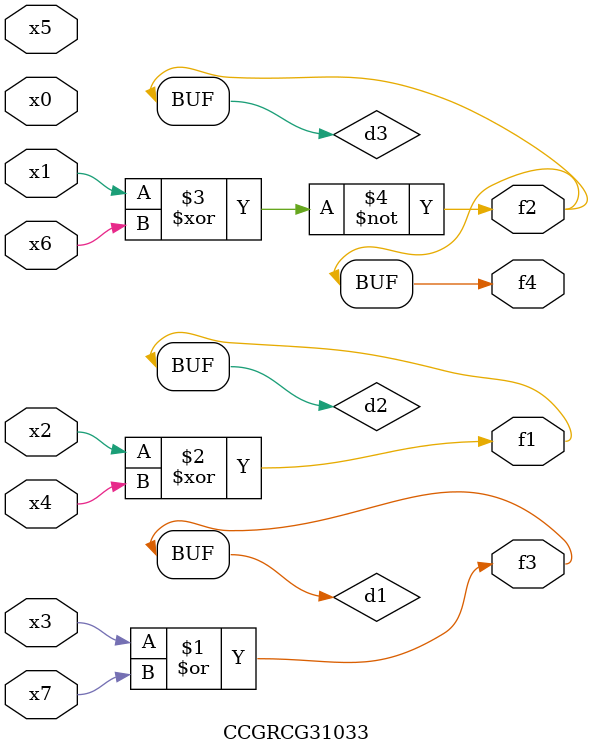
<source format=v>
module CCGRCG31033(
	input x0, x1, x2, x3, x4, x5, x6, x7,
	output f1, f2, f3, f4
);

	wire d1, d2, d3;

	or (d1, x3, x7);
	xor (d2, x2, x4);
	xnor (d3, x1, x6);
	assign f1 = d2;
	assign f2 = d3;
	assign f3 = d1;
	assign f4 = d3;
endmodule

</source>
